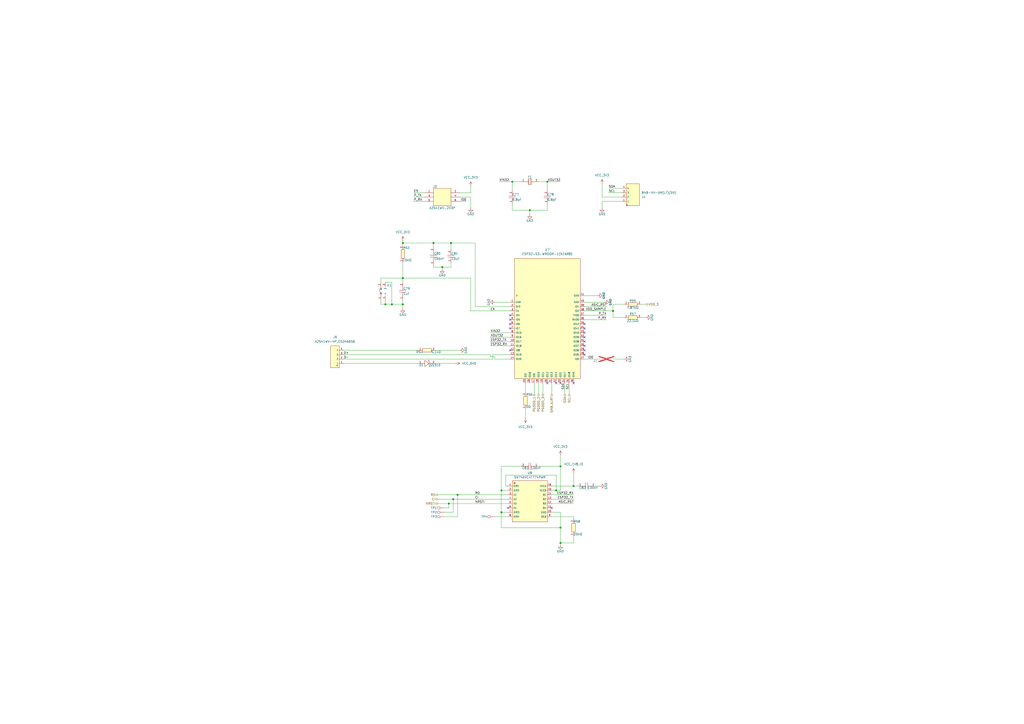
<source format=kicad_sch>
(kicad_sch (version 20250114) (generator "eeschema") (generator_version "9.0")
  (paper "A2")
  (lib_symbols
    (symbol "Connector:TestPoint" (pin_numbers (hide yes)) (pin_names (offset 0.762) (hide yes))
      (property "Reference" "TP" (at 0 6.858 0))
      (property "Value" "TestPoint" (at 0 5.08 0))
      (symbol "TestPoint_0_1"
        (circle (center 0 3.302) (radius 0.762))
      )
      (symbol "TestPoint_1_1"
        (pin passive line (at 0 0 90) (length 2.54) (name "1") (number "1"))
      )
    )
    (symbol "JLCPCB_lib:0402CG6R8C500NT" (pin_names (hide yes))
      (property "Reference" "C" (at 0 1.27 0))
      (property "Value" "0402CG6R8C500NT" (at 0 -2.54 0))
      (symbol "0402CG6R8C500NT_0_1"
        (polyline (pts (xy -1.27 0) (xy -0.508 0)))
        (polyline (pts (xy -0.508 2.032) (xy -0.508 -2.032)))
        (polyline (pts (xy 0.508 2.032) (xy 0.508 -2.032)))
        (polyline (pts (xy 0.508 0) (xy 1.27 0)))
        (pin input line (at -3.81 0 0) (length 2.54) (name "1") (number "1"))
        (pin input line (at 3.81 0 180) (length 2.54) (name "2") (number "2"))
      )
    )
    (symbol "JLCPCB_lib:0402WGF0000TCE" (pin_names (hide yes))
      (property "Reference" "R" (at 0 1.27 0))
      (property "Value" "0402WGF0000TCE" (at 0 -2.54 0))
      (symbol "0402WGF0000TCE_0_1"
        (rectangle (start -2.54 1.016) (end 2.54 -1.016) (fill (type background)))
        (pin input line (at -5.08 0 0) (length 2.54) (name "1") (number "1"))
        (pin input line (at 5.08 0 180) (length 2.54) (name "2") (number "2"))
      )
    )
    (symbol "JLCPCB_lib:0402WGF1002TCE" (pin_names (hide yes))
      (property "Reference" "R" (at 0 1.27 0))
      (property "Value" "0402WGF1002TCE" (at 0 -2.54 0))
      (symbol "0402WGF1002TCE_0_1"
        (rectangle (start -2.54 1.016) (end 2.54 -1.016) (fill (type background)))
        (pin input line (at -5.08 0 0) (length 2.54) (name "1") (number "1"))
        (pin input line (at 5.08 0 180) (length 2.54) (name "2") (number "2"))
      )
    )
    (symbol "JLCPCB_lib:0402WGF2002TCE" (pin_names (hide yes))
      (property "Reference" "R" (at 0 1.27 0))
      (property "Value" "0402WGF2002TCE" (at 0 -2.54 0))
      (symbol "0402WGF2002TCE_0_1"
        (rectangle (start -2.54 1.016) (end 2.54 -1.016) (fill (type background)))
        (pin input line (at -5.08 0 0) (length 2.54) (name "1") (number "1"))
        (pin input line (at 5.08 0 180) (length 2.54) (name "2") (number "2"))
      )
    )
    (symbol "JLCPCB_lib:0402WGF2212TCE" (pin_names (hide yes))
      (property "Reference" "R" (at 0 1.27 0))
      (property "Value" "0402WGF2212TCE" (at 0 -2.54 0))
      (symbol "0402WGF2212TCE_0_1"
        (rectangle (start -2.54 1.016) (end 2.54 -1.016) (fill (type background)))
        (pin input line (at -5.08 0 0) (length 2.54) (name "1") (number "1"))
        (pin input line (at 5.08 0 180) (length 2.54) (name "2") (number "2"))
      )
    )
    (symbol "JLCPCB_lib:0402WGF5101TCE" (pin_names (hide yes))
      (property "Reference" "R" (at 0 1.27 0))
      (property "Value" "0402WGF5101TCE" (at 0 -2.54 0))
      (symbol "0402WGF5101TCE_0_1"
        (rectangle (start -2.54 1.016) (end 2.54 -1.016) (fill (type background)))
        (pin input line (at -5.08 0 0) (length 2.54) (name "1") (number "1"))
        (pin input line (at 5.08 0 180) (length 2.54) (name "2") (number "2"))
      )
    )
    (symbol "JLCPCB_lib:A2541WV-2X3P" (pin_names (hide yes))
      (property "Reference" "U" (at 0 1.27 0))
      (property "Value" "A2541WV-2X3P" (at 0 -2.54 0))
      (symbol "A2541WV-2X3P_0_1"
        (rectangle (start -5.08 5.08) (end 5.08 -5.08) (fill (type background)))
        (pin unspecified line (at -10.16 2.54 0) (length 5.08) (name "1") (number "1"))
        (pin unspecified line (at -10.16 0 0) (length 5.08) (name "3") (number "3"))
        (pin unspecified line (at -10.16 -2.54 0) (length 5.08) (name "5") (number "5"))
        (pin unspecified line (at 10.16 2.54 180) (length 5.08) (name "2") (number "2"))
        (pin unspecified line (at 10.16 0 180) (length 5.08) (name "4") (number "4"))
        (pin unspecified line (at 10.16 -2.54 180) (length 5.08) (name "6") (number "6"))
      )
    )
    (symbol "JLCPCB_lib:A2541WV-4P_C5346656"
      (property "Reference" "U" (at 0 1.27 0))
      (property "Value" "A2541WV-4P_C5346656" (at 0 -2.54 0))
      (symbol "A2541WV-4P_C5346656_0_1"
        (rectangle (start -2.54 6.35) (end 2.54 -6.35) (fill (type background)))
        (circle (center -1.27 5.08) (radius 0.381) (fill (type background)))
        (pin unspecified line (at -5.08 3.81 0) (length 2.54) (name "1") (number "1"))
        (pin unspecified line (at -5.08 1.27 0) (length 2.54) (name "2") (number "2"))
        (pin unspecified line (at -5.08 -1.27 0) (length 2.54) (name "3") (number "3"))
        (pin unspecified line (at -5.08 -3.81 0) (length 2.54) (name "4") (number "4"))
      )
    )
    (symbol "JLCPCB_lib:B4B-XH-AM(LF)(SN)"
      (property "Reference" "U" (at 0 1.27 0))
      (property "Value" "B4B-XH-AM(LF)(SN)" (at 0 -2.54 0))
      (symbol "B4B-XH-AM(LF)(SN)_0_1"
        (rectangle (start -2.54 6.35) (end 5.08 -6.35) (fill (type background)))
        (circle (center -1.905 5.715) (radius 0.381) (fill (type background)))
        (pin unspecified line (at -5.08 3.81 0) (length 2.54) (name "1") (number "1"))
        (pin unspecified line (at -5.08 1.27 0) (length 2.54) (name "2") (number "2"))
        (pin unspecified line (at -5.08 -1.27 0) (length 2.54) (name "3") (number "3"))
        (pin unspecified line (at -5.08 -3.81 0) (length 2.54) (name "4") (number "4"))
      )
    )
    (symbol "JLCPCB_lib:CL05A105KA5NQNC" (pin_names (hide yes))
      (property "Reference" "C" (at 0 1.27 0))
      (property "Value" "CL05A105KA5NQNC" (at 0 -2.54 0))
      (symbol "CL05A105KA5NQNC_0_1"
        (polyline (pts (xy -0.508 0) (xy -2.54 0)))
        (polyline (pts (xy -0.508 -2.032) (xy -0.508 2.032)))
        (polyline (pts (xy 0.508 2.032) (xy 0.508 -2.032)))
        (polyline (pts (xy 2.54 0) (xy 0.508 0)))
        (pin unspecified line (at -5.08 0 0) (length 2.54) (name "1") (number "1"))
        (pin unspecified line (at 5.08 0 180) (length 2.54) (name "2") (number "2"))
      )
    )
    (symbol "JLCPCB_lib:CL05A106MQ5NUNC" (pin_names (hide yes))
      (property "Reference" "C" (at 0 1.27 0))
      (property "Value" "CL05A106MQ5NUNC" (at 0 -2.54 0))
      (symbol "CL05A106MQ5NUNC_0_1"
        (polyline (pts (xy -1.27 0) (xy -0.508 0)))
        (polyline (pts (xy -0.508 2.032) (xy -0.508 -2.032)))
        (polyline (pts (xy 0.508 2.032) (xy 0.508 -2.032)))
        (polyline (pts (xy 0.508 0) (xy 1.27 0)))
        (pin input line (at -3.81 0 0) (length 2.54) (name "1") (number "1"))
        (pin input line (at 3.81 0 180) (length 2.54) (name "2") (number "2"))
      )
    )
    (symbol "JLCPCB_lib:CL05B104KB54PNC" (pin_names (hide yes))
      (property "Reference" "C" (at 0 1.27 0))
      (property "Value" "CL05B104KB54PNC" (at 0 -2.54 0))
      (symbol "CL05B104KB54PNC_0_1"
        (polyline (pts (xy -0.508 2.032) (xy -0.508 -2.032)))
        (polyline (pts (xy -0.508 0) (xy -2.54 0)))
        (polyline (pts (xy 0.508 -2.032) (xy 0.508 2.032)))
        (polyline (pts (xy 2.54 0) (xy 0.508 0)))
        (pin unspecified line (at -5.08 0 0) (length 2.54) (name "1") (number "1"))
        (pin unspecified line (at 5.08 0 180) (length 2.54) (name "2") (number "2"))
      )
    )
    (symbol "JLCPCB_lib:ESP32-S3-WROOM-1(N16R8)"
      (property "Reference" "U" (at 0 1.27 0))
      (property "Value" "ESP32-S3-WROOM-1(N16R8)" (at 0 -2.54 0))
      (symbol "ESP32-S3-WROOM-1(N16R8)_0_1"
        (rectangle (start -19.05 36.8301) (end 19.05 -33.0201) (fill (type background)))
        (circle (center -17.78 15.24) (radius 0.381) (fill (type background)))
        (pin unspecified line (at -21.59 11.43 0) (length 2.54) (name "GND") (number "1"))
        (pin unspecified line (at -21.59 8.89 0) (length 2.54) (name "3V3") (number "2"))
        (pin unspecified line (at -21.59 6.35 0) (length 2.54) (name "EN") (number "3"))
        (pin unspecified line (at -21.59 3.81 0) (length 2.54) (name "IO4") (number "4"))
        (pin unspecified line (at -21.59 1.27 0) (length 2.54) (name "IO5") (number "5"))
        (pin unspecified line (at -21.59 -1.27 0) (length 2.54) (name "IO6") (number "6"))
        (pin unspecified line (at -21.59 -3.81 0) (length 2.54) (name "IO7") (number "7"))
        (pin unspecified line (at -21.59 -6.35 0) (length 2.54) (name "IO15") (number "8"))
        (pin unspecified line (at -21.59 -8.89 0) (length 2.54) (name "IO16") (number "9"))
        (pin unspecified line (at -21.59 -11.43 0) (length 2.54) (name "IO17") (number "10"))
        (pin unspecified line (at -21.59 -13.97 0) (length 2.54) (name "IO18") (number "11"))
        (pin unspecified line (at -21.59 -16.51 0) (length 2.54) (name "IO8") (number "12"))
        (pin unspecified line (at -21.59 -19.05 0) (length 2.54) (name "IO19") (number "13"))
        (pin unspecified line (at -21.59 -21.59 0) (length 2.54) (name "IO20") (number "14"))
        (pin unspecified line (at -12.7 -35.56 90) (length 2.54) (name "IO3") (number "15"))
        (pin unspecified line (at -10.16 -35.56 90) (length 2.54) (name "IO46") (number "16"))
        (pin unspecified line (at -7.62 -35.56 90) (length 2.54) (name "IO9") (number "17"))
        (pin unspecified line (at -5.08 -35.56 90) (length 2.54) (name "IO10") (number "18"))
        (pin unspecified line (at -2.54 -35.56 90) (length 2.54) (name "IO11") (number "19"))
        (pin unspecified line (at 0 -35.56 90) (length 2.54) (name "IO12") (number "20"))
        (pin unspecified line (at 2.54 -35.56 90) (length 2.54) (name "IO13") (number "21"))
        (pin unspecified line (at 5.08 -35.56 90) (length 2.54) (name "IO14") (number "22"))
        (pin unspecified line (at 7.62 -35.56 90) (length 2.54) (name "IO21") (number "23"))
        (pin unspecified line (at 10.16 -35.56 90) (length 2.54) (name "IO47") (number "24"))
        (pin unspecified line (at 12.7 -35.56 90) (length 2.54) (name "IO48") (number "25"))
        (pin unspecified line (at 15.24 -35.56 90) (length 2.54) (name "IO45") (number "26"))
        (pin unspecified line (at 21.59 15.24 180) (length 2.54) (name "GND") (number "41"))
        (pin unspecified line (at 21.59 11.43 180) (length 2.54) (name "GND") (number "40"))
        (pin unspecified line (at 21.59 8.89 180) (length 2.54) (name "IO1") (number "39"))
        (pin unspecified line (at 21.59 6.35 180) (length 2.54) (name "IO2") (number "38"))
        (pin unspecified line (at 21.59 3.81 180) (length 2.54) (name "TXD0") (number "37"))
        (pin unspecified line (at 21.59 1.27 180) (length 2.54) (name "RXD0") (number "36"))
        (pin unspecified line (at 21.59 -1.27 180) (length 2.54) (name "IO42") (number "35"))
        (pin unspecified line (at 21.59 -3.81 180) (length 2.54) (name "IO41") (number "34"))
        (pin unspecified line (at 21.59 -6.35 180) (length 2.54) (name "IO40") (number "33"))
        (pin unspecified line (at 21.59 -8.89 180) (length 2.54) (name "IO39") (number "32"))
        (pin unspecified line (at 21.59 -11.43 180) (length 2.54) (name "IO38") (number "31"))
        (pin unspecified line (at 21.59 -13.97 180) (length 2.54) (name "IO37") (number "30"))
        (pin unspecified line (at 21.59 -16.51 180) (length 2.54) (name "IO36") (number "29"))
        (pin unspecified line (at 21.59 -19.05 180) (length 2.54) (name "IO35") (number "28"))
        (pin unspecified line (at 21.59 -21.59 180) (length 2.54) (name "IO0") (number "27"))
      )
    )
    (symbol "JLCPCB_lib:K2-1102AQ-C4CW-01"
      (property "Reference" "U" (at 0 1.27 0))
      (property "Value" "K2-1102AQ-C4CW-01" (at 0 -2.54 0))
      (symbol "K2-1102AQ-C4CW-01_0_1"
        (polyline (pts (xy -2.54 1.27) (xy -1.27 1.27)))
        (polyline (pts (xy -1.016 1.524) (xy 1.016 2.286)))
        (circle (center -1.016 1.27) (radius 0.254) (fill (type background)))
        (circle (center 1.016 1.27) (radius 0.254) (fill (type background)))
        (polyline (pts (xy 2.54 1.27) (xy 1.27 1.27)))
        (pin unspecified line (at -5.08 1.27 0) (length 2.54) (name "1") (number "1"))
        (pin unspecified line (at -5.08 -1.27 0) (length 2.54) (name "4") (number "4"))
        (pin unspecified line (at 5.08 1.27 180) (length 2.54) (name "2") (number "2"))
        (pin unspecified line (at 5.08 -1.27 180) (length 2.54) (name "3") (number "3"))
      )
    )
    (symbol "JLCPCB_lib:RTT027871FTH" (pin_names (hide yes))
      (property "Reference" "R" (at 0 1.27 0))
      (property "Value" "RTT027871FTH" (at 0 -2.54 0))
      (symbol "RTT027871FTH_0_1"
        (rectangle (start -2.54 1.016) (end 2.54 -1.016) (fill (type background)))
        (pin input line (at -5.08 0 0) (length 2.54) (name "1") (number "1"))
        (pin input line (at 5.08 0 180) (length 2.54) (name "2") (number "2"))
      )
    )
    (symbol "JLCPCB_lib:SC-20S32_768kHz20PPM7pF" (pin_names (hide yes))
      (property "Reference" "U" (at 0 1.27 0))
      (property "Value" "SC-20S32_768kHz20PPM7pF" (at 0 -2.54 0))
      (symbol "SC-20S32_768kHz20PPM7pF_0_1"
        (polyline (pts (xy -2.54 0) (xy -1.016 0)))
        (polyline (pts (xy -1.016 1.778) (xy -1.016 -1.778)))
        (rectangle (start -0.508 1.778) (end 0.508 -1.778) (fill (type background)))
        (polyline (pts (xy 1.016 1.778) (xy 1.016 -1.778)))
        (polyline (pts (xy 1.016 0) (xy 2.54 0)))
        (pin unspecified line (at -5.08 0 0) (length 2.54) (name "1") (number "1"))
        (pin unspecified line (at 5.08 0 180) (length 2.54) (name "2") (number "2"))
      )
    )
    (symbol "JLCPCB_lib:SN74AVC4T774PWR"
      (property "Reference" "U" (at 0 1.27 0))
      (property "Value" "SN74AVC4T774PWR" (at 0 -2.54 0))
      (symbol "SN74AVC4T774PWR_0_1"
        (rectangle (start -10.16 11.938) (end 10.16 -11.938) (fill (type background)))
        (circle (center -8.89 10.668) (radius 0.381) (fill (type background)))
        (circle (center -8.89 10.668) (radius 0.381) (fill (type background)))
        (pin unspecified line (at -12.7 8.89 0) (length 2.54) (name "DIR1") (number "1"))
        (pin unspecified line (at -12.7 6.35 0) (length 2.54) (name "DIR2") (number "2"))
        (pin unspecified line (at -12.7 3.81 0) (length 2.54) (name "A1") (number "3"))
        (pin unspecified line (at -12.7 1.27 0) (length 2.54) (name "A2") (number "4"))
        (pin unspecified line (at -12.7 -1.27 0) (length 2.54) (name "A3") (number "5"))
        (pin unspecified line (at -12.7 -3.81 0) (length 2.54) (name "A4") (number "6"))
        (pin unspecified line (at -12.7 -6.35 0) (length 2.54) (name "DIR3") (number "7"))
        (pin unspecified line (at -12.7 -8.89 0) (length 2.54) (name "DIR4") (number "8"))
        (pin unspecified line (at 12.7 8.89 180) (length 2.54) (name "VCCA") (number "16"))
        (pin unspecified line (at 12.7 6.35 180) (length 2.54) (name "VCCB") (number "15"))
        (pin unspecified line (at 12.7 3.81 180) (length 2.54) (name "B1") (number "14"))
        (pin unspecified line (at 12.7 1.27 180) (length 2.54) (name "B2") (number "13"))
        (pin unspecified line (at 12.7 -1.27 180) (length 2.54) (name "B3") (number "12"))
        (pin unspecified line (at 12.7 -3.81 180) (length 2.54) (name "B4") (number "11"))
        (pin unspecified line (at 12.7 -6.35 180) (length 2.54) (name "GND") (number "10"))
        (pin unspecified line (at 12.7 -8.89 180) (length 2.54) (name "OE#") (number "9"))
      )
    )
    (symbol "JLCPCB_lib:SS310_C7420364" (pin_names (hide yes))
      (property "Reference" "U" (at 0 1.27 0))
      (property "Value" "SS310_C7420364" (at 0 -2.54 0))
      (symbol "SS310_C7420364_0_1"
        (polyline (pts (xy -2.54 0) (xy -1.27 0)))
        (polyline (pts (xy -1.27 -1.778) (xy 1.27 0) (xy -1.27 1.778) (xy -1.27 -1.778)) (fill (type background)))
        (polyline (pts (xy 1.27 0) (xy 2.54 0)))
        (polyline (pts (xy 1.778 -1.27) (xy 1.778 -1.778) (xy 1.27 -1.778) (xy 1.27 1.778) (xy 0.762 1.778) (xy 0.762 1.27)))
        (pin unspecified line (at -5.08 0 0) (length 2.54) (name "A") (number "1"))
        (pin unspecified line (at 5.08 0 180) (length 2.54) (name "K") (number "2"))
      )
    )
    (symbol "power:GND" (power) (pin_numbers (hide yes)) (pin_names (offset 0) (hide yes))
      (property "Value" "GND" (at 0 -3.81 0))
      (symbol "GND_0_1"
        (polyline (pts (xy 0 0) (xy 0 -1.27) (xy 1.27 -1.27) (xy 0 -2.54) (xy -1.27 -1.27) (xy 0 -1.27)))
      )
      (symbol "GND_1_1"
        (pin power_in line (at 0 0 270) (length 0) (name "~") (number "1"))
      )
    )
    (symbol "power:VCC" (power) (pin_numbers (hide yes)) (pin_names (offset 0) (hide yes))
      (property "Value" "VCC" (at 0 3.556 0))
      (symbol "VCC_0_1"
        (polyline (pts (xy -0.762 1.27) (xy 0 2.54)))
        (polyline (pts (xy 0 2.54) (xy 0.762 1.27)))
        (polyline (pts (xy 0 0) (xy 0 2.54)))
      )
      (symbol "VCC_1_1"
        (pin power_in line (at 0 0 90) (length 0) (name "~") (number "1"))
      )
    )
  )
  (junction (at 317.5 105.41))
  (junction (at 223.52 176.53))
  (junction (at 260.35 292.1))
  (junction (at 261.62 140.97))
  (junction (at 325.12 314.96))
  (junction (at 322.58 284.48))
  (junction (at 290.83 284.48))
  (junction (at 233.68 176.53))
  (junction (at 355.6 180.34))
  (junction (at 227.33 176.53))
  (junction (at 325.12 270.51))
  (junction (at 233.68 140.97))
  (junction (at 262.89 289.56))
  (junction (at 332.74 281.94))
  (junction (at 290.83 297.18))
  (junction (at 251.46 140.97))
  (junction (at 325.12 306.07))
  (junction (at 265.43 287.02))
  (junction (at 256.54 154.94))
  (junction (at 297.18 105.41))
  (junction (at 233.68 161.29))
  (junction (at 307.34 121.92))
  (no_connect (at 339.09 203.2))
  (no_connect (at 325.12 222.25))
  (no_connect (at 339.09 198.12))
  (no_connect (at 339.09 195.58))
  (no_connect (at 339.09 190.5))
  (no_connect (at 332.74 222.25))
  (no_connect (at 339.09 205.74))
  (no_connect (at 339.09 187.96))
  (no_connect (at 295.91 190.5))
  (no_connect (at 339.09 200.66))
  (no_connect (at 317.5 222.25))
  (no_connect (at 295.91 203.2))
  (no_connect (at 339.09 193.04))
  (no_connect (at 322.58 222.25))
  (no_connect (at 295.91 185.42))
  (no_connect (at 295.91 182.88))
  (no_connect (at 320.04 294.64))
  (no_connect (at 295.91 187.96))
  (no_connect (at 294.64 294.64))
  (wire (pts (xy 322.58 284.48) (xy 320.04 284.48)))
  (wire (pts (xy 297.18 105.41) (xy 302.26 105.41)))
  (wire (pts (xy 322.58 275.59) (xy 322.58 284.48)))
  (wire (pts (xy 293.37 275.59) (xy 322.58 275.59)))
  (wire (pts (xy 349.25 116.84) (xy 360.68 116.84)))
  (wire (pts (xy 325.12 297.18) (xy 320.04 297.18)))
  (wire (pts (xy 290.83 284.48) (xy 290.83 297.18)))
  (wire (pts (xy 304.8 242.57) (xy 304.8 237.49)))
  (wire (pts (xy 257.81 297.18) (xy 262.89 297.18)))
  (wire (pts (xy 287.02 207.01) (xy 287.02 208.28)))
  (wire (pts (xy 339.09 180.34) (xy 355.6 180.34)))
  (wire (pts (xy 355.6 176.53) (xy 355.6 180.34)))
  (wire (pts (xy 332.74 314.96) (xy 325.12 314.96)))
  (wire (pts (xy 314.96 228.6) (xy 314.96 222.25)))
  (wire (pts (xy 285.75 205.74) (xy 295.91 205.74)))
  (wire (pts (xy 261.62 154.94) (xy 256.54 154.94)))
  (wire (pts (xy 284.48 200.66) (xy 295.91 200.66)))
  (wire (pts (xy 251.46 140.97) (xy 251.46 143.51)))
  (wire (pts (xy 227.33 176.53) (xy 233.68 176.53)))
  (wire (pts (xy 223.52 176.53) (xy 227.33 176.53)))
  (wire (pts (xy 251.46 140.97) (xy 233.68 140.97)))
  (wire (pts (xy 351.79 182.88) (xy 339.09 182.88)))
  (wire (pts (xy 287.02 299.72) (xy 294.64 299.72)))
  (wire (pts (xy 332.74 300.99) (xy 332.74 299.72)))
  (wire (pts (xy 335.28 281.94) (xy 332.74 281.94)))
  (wire (pts (xy 312.42 228.6) (xy 312.42 222.25)))
  (wire (pts (xy 240.03 116.84) (xy 246.38 116.84)))
  (wire (pts (xy 349.25 120.65) (xy 349.25 116.84)))
  (wire (pts (xy 273.05 120.65) (xy 273.05 114.3)))
  (wire (pts (xy 290.83 270.51) (xy 290.83 284.48)))
  (wire (pts (xy 294.64 297.18) (xy 290.83 297.18)))
  (wire (pts (xy 285.75 208.28) (xy 285.75 205.74)))
  (wire (pts (xy 332.74 292.1) (xy 320.04 292.1)))
  (wire (pts (xy 273.05 111.76) (xy 266.7 111.76)))
  (wire (pts (xy 332.74 287.02) (xy 320.04 287.02)))
  (wire (pts (xy 327.66 228.6) (xy 327.66 222.25)))
  (wire (pts (xy 330.2 228.6) (xy 330.2 222.25)))
  (wire (pts (xy 254 287.02) (xy 265.43 287.02)))
  (wire (pts (xy 227.33 163.83) (xy 227.33 176.53)))
  (wire (pts (xy 355.6 180.34) (xy 355.6 184.15)))
  (wire (pts (xy 273.05 161.29) (xy 233.68 161.29)))
  (wire (pts (xy 351.79 185.42) (xy 339.09 185.42)))
  (wire (pts (xy 307.34 121.92) (xy 297.18 121.92)))
  (wire (pts (xy 332.74 274.32) (xy 332.74 281.94)))
  (wire (pts (xy 256.54 154.94) (xy 256.54 156.21)))
  (wire (pts (xy 233.68 152.4) (xy 233.68 161.29)))
  (wire (pts (xy 332.74 311.15) (xy 332.74 314.96)))
  (wire (pts (xy 252.73 203.2) (xy 266.7 203.2)))
  (wire (pts (xy 297.18 110.49) (xy 297.18 105.41)))
  (wire (pts (xy 257.81 299.72) (xy 265.43 299.72)))
  (wire (pts (xy 295.91 180.34) (xy 273.05 180.34)))
  (wire (pts (xy 262.89 289.56) (xy 262.89 297.18)))
  (wire (pts (xy 261.62 140.97) (xy 261.62 144.78)))
  (wire (pts (xy 297.18 121.92) (xy 297.18 118.11)))
  (wire (pts (xy 220.98 173.99) (xy 220.98 176.53)))
  (wire (pts (xy 325.12 316.23) (xy 325.12 314.96)))
  (wire (pts (xy 240.03 111.76) (xy 246.38 111.76)))
  (wire (pts (xy 233.68 142.24) (xy 233.68 140.97)))
  (wire (pts (xy 273.05 180.34) (xy 273.05 161.29)))
  (wire (pts (xy 325.12 105.41) (xy 317.5 105.41)))
  (wire (pts (xy 355.6 184.15) (xy 361.95 184.15)))
  (wire (pts (xy 254 292.1) (xy 260.35 292.1)))
  (wire (pts (xy 260.35 292.1) (xy 294.64 292.1)))
  (wire (pts (xy 325.12 306.07) (xy 325.12 297.18)))
  (wire (pts (xy 346.71 208.28) (xy 339.09 208.28)))
  (wire (pts (xy 251.46 153.67) (xy 251.46 154.94)))
  (wire (pts (xy 317.5 110.49) (xy 317.5 105.41)))
  (wire (pts (xy 317.5 105.41) (xy 312.42 105.41)))
  (wire (pts (xy 252.73 210.82) (xy 264.16 210.82)))
  (wire (pts (xy 346.71 171.45) (xy 339.09 171.45)))
  (wire (pts (xy 284.48 198.12) (xy 295.91 198.12)))
  (wire (pts (xy 260.35 294.64) (xy 260.35 292.1)))
  (wire (pts (xy 374.65 176.53) (xy 372.11 176.53)))
  (wire (pts (xy 265.43 287.02) (xy 294.64 287.02)))
  (wire (pts (xy 309.88 228.6) (xy 309.88 222.25)))
  (wire (pts (xy 287.02 175.26) (xy 295.91 175.26)))
  (wire (pts (xy 353.06 109.22) (xy 360.68 109.22)))
  (wire (pts (xy 223.52 163.83) (xy 227.33 163.83)))
  (wire (pts (xy 275.59 140.97) (xy 261.62 140.97)))
  (wire (pts (xy 199.39 210.82) (xy 242.57 210.82)))
  (wire (pts (xy 317.5 118.11) (xy 317.5 121.92)))
  (wire (pts (xy 265.43 287.02) (xy 265.43 299.72)))
  (wire (pts (xy 233.68 140.97) (xy 233.68 139.7)))
  (wire (pts (xy 251.46 140.97) (xy 261.62 140.97)))
  (wire (pts (xy 257.81 294.64) (xy 260.35 294.64)))
  (wire (pts (xy 199.39 205.74) (xy 284.48 205.74)))
  (wire (pts (xy 320.04 281.94) (xy 332.74 281.94)))
  (wire (pts (xy 220.98 161.29) (xy 220.98 163.83)))
  (wire (pts (xy 320.04 299.72) (xy 332.74 299.72)))
  (wire (pts (xy 325.12 314.96) (xy 325.12 306.07)))
  (wire (pts (xy 295.91 177.8) (xy 275.59 177.8)))
  (wire (pts (xy 290.83 297.18) (xy 290.83 306.07)))
  (wire (pts (xy 284.48 205.74) (xy 284.48 207.01)))
  (wire (pts (xy 332.74 289.56) (xy 320.04 289.56)))
  (wire (pts (xy 293.37 281.94) (xy 294.64 281.94)))
  (wire (pts (xy 254 289.56) (xy 262.89 289.56)))
  (wire (pts (xy 351.79 177.8) (xy 339.09 177.8)))
  (wire (pts (xy 312.42 270.51) (xy 325.12 270.51)))
  (wire (pts (xy 361.95 208.28) (xy 356.87 208.28)))
  (wire (pts (xy 317.5 121.92) (xy 307.34 121.92)))
  (wire (pts (xy 256.54 154.94) (xy 251.46 154.94)))
  (wire (pts (xy 320.04 228.6) (xy 320.04 222.25)))
  (wire (pts (xy 233.68 176.53) (xy 233.68 173.99)))
  (wire (pts (xy 284.48 195.58) (xy 295.91 195.58)))
  (wire (pts (xy 374.65 184.15) (xy 372.11 184.15)))
  (wire (pts (xy 347.98 281.94) (xy 345.44 281.94)))
  (wire (pts (xy 304.8 227.33) (xy 304.8 222.25)))
  (wire (pts (xy 325.12 284.48) (xy 322.58 284.48)))
  (wire (pts (xy 361.95 176.53) (xy 355.6 176.53)))
  (wire (pts (xy 273.05 114.3) (xy 266.7 114.3)))
  (wire (pts (xy 353.06 111.76) (xy 360.68 111.76)))
  (wire (pts (xy 325.12 264.16) (xy 325.12 270.51)))
  (wire (pts (xy 287.02 208.28) (xy 295.91 208.28)))
  (wire (pts (xy 262.89 289.56) (xy 294.64 289.56)))
  (wire (pts (xy 220.98 161.29) (xy 233.68 161.29)))
  (wire (pts (xy 240.03 114.3) (xy 246.38 114.3)))
  (wire (pts (xy 275.59 177.8) (xy 275.59 140.97)))
  (wire (pts (xy 199.39 203.2) (xy 242.57 203.2)))
  (wire (pts (xy 302.26 270.51) (xy 290.83 270.51)))
  (wire (pts (xy 290.83 284.48) (xy 294.64 284.48)))
  (wire (pts (xy 307.34 124.46) (xy 307.34 121.92)))
  (wire (pts (xy 293.37 281.94) (xy 293.37 275.59)))
  (wire (pts (xy 270.51 116.84) (xy 266.7 116.84)))
  (wire (pts (xy 349.25 114.3) (xy 360.68 114.3)))
  (wire (pts (xy 290.83 306.07) (xy 325.12 306.07)))
  (wire (pts (xy 261.62 152.4) (xy 261.62 154.94)))
  (wire (pts (xy 289.56 105.41) (xy 297.18 105.41)))
  (wire (pts (xy 223.52 176.53) (xy 223.52 173.99)))
  (wire (pts (xy 220.98 176.53) (xy 223.52 176.53)))
  (wire (pts (xy 350.52 175.26) (xy 339.09 175.26)))
  (wire (pts (xy 325.12 270.51) (xy 325.12 284.48)))
  (wire (pts (xy 273.05 107.95) (xy 273.05 111.76)))
  (wire (pts (xy 233.68 161.29) (xy 233.68 163.83)))
  (wire (pts (xy 284.48 193.04) (xy 295.91 193.04)))
  (wire (pts (xy 233.68 179.07) (xy 233.68 176.53)))
  (wire (pts (xy 284.48 207.01) (xy 287.02 207.01)))
  (wire (pts (xy 199.39 208.28) (xy 285.75 208.28)))
  (wire (pts (xy 349.25 106.68) (xy 349.25 114.3)))
  (label "SDA" (at 353.06 109.22 0))
  (label "NRSTI" (at 275.59 292.1 0))
  (label "XOUT32" (at 325.12 105.41 180))
  (label "ESP32_RX" (at 284.48 200.66 0))
  (label "ESP32_TX" (at 284.48 198.12 0))
  (label "SCL" (at 330.2 222.25 270))
  (label "P_RX" (at 351.79 185.42 180))
  (label "ESP32_TX" (at 332.74 289.56 180))
  (label "D-" (at 199.39 208.28 0))
  (label "P_TX" (at 240.03 114.3 0))
  (label "RO" (at 275.59 287.02 0))
  (label "XIN32" (at 284.48 193.04 0))
  (label "D+" (at 199.39 205.74 0))
  (label "ESP32_RX" (at 332.74 287.02 180))
  (label "EN" (at 240.03 111.76 0))
  (label "CI" (at 275.59 289.56 0))
  (label "P_RX" (at 240.03 116.84 0))
  (label "XIN32" (at 289.56 105.41 0))
  (label "ASIC_RST" (at 351.79 177.8 180))
  (label "SDA" (at 327.66 222.25 270))
  (label "EN" (at 284.48 180.34 0))
  (label "ASIC_RST" (at 332.74 292.1 180))
  (label "IO0" (at 344.17 208.28 180))
  (label "IO0" (at 270.51 116.84 180))
  (label "VDD_SAMPLE" (at 351.79 180.34 180))
  (label "XOUT32" (at 284.48 195.58 0))
  (label "P_TX" (at 351.79 182.88 180))
  (label "SCL" (at 353.06 111.76 0))
  (hierarchical_label "PGOOD_2" (shape bidirectional) (at 312.42 228.6 270))
  (hierarchical_label "CI" (shape bidirectional) (at 254 289.56 180))
  (hierarchical_label "PGOOD_3" (shape bidirectional) (at 314.96 228.6 270))
  (hierarchical_label "SDA" (shape bidirectional) (at 327.66 228.6 270))
  (hierarchical_label "SCL" (shape bidirectional) (at 330.2 228.6 270))
  (hierarchical_label "SMB_ALRT" (shape bidirectional) (at 320.04 228.6 270))
  (hierarchical_label "VDD_3" (shape bidirectional) (at 374.65 176.53 0))
  (hierarchical_label "NRSTI" (shape bidirectional) (at 254 292.1 180))
  (hierarchical_label "PGOOD_1" (shape bidirectional) (at 309.88 228.6 270))
  (hierarchical_label "RO" (shape bidirectional) (at 254 287.02 180))
  (symbol (lib_id "power:GND") (at 266.7 203.2 90) (unit 1)
    (property "Reference" "#PWR030" (effects (hide yes)))
    (property "Value" "GND" (at 270.256 203.2 0))
    (property "Description" "Power symbol creates a global label with name \"GND\" , ground" (effects (hide yes)))
  )
  (symbol (lib_id "JLCPCB_lib:0402CG6R8C500NT") (at 317.5 114.3 90) (unit 1)
    (property "Reference" "C78" (at 317.5 112.776 90) (effects (justify right)))
    (property "Value" "6.8pF" (at 317.5 115.824 90) (effects (justify right)))
    (property "Footprint" "JLCPCB_lib:C0402" (effects (hide yes)))
    (property "Datasheet" "https://item.szlcsc.com/15869.html" (effects (hide yes)))
    (property "LCSC" "C1576" (effects (hide yes)))
  )
  (symbol (lib_id "power:VCC") (at 332.74 274.32 0) (unit 1)
    (property "Reference" "#PWR072" (effects (hide yes)))
    (property "Value" "VCC_1V8_IO" (at 332.74 269.24 0))
    (property "Description" "Power symbol creates a global label with name \"VCC\"" (effects (hide yes)))
  )
  (symbol (lib_id "JLCPCB_lib:ESP32-S3-WROOM-1(N16R8)") (at 317.5 186.69 0) (unit 1)
    (property "Reference" "U7" (at 317.5 144.78 0))
    (property "Value" "ESP32-S3-WROOM-1(N16R8)" (at 317.5 147.32 0))
    (property "Footprint" "JLCPCB_lib:WIRELM-SMD_ESP32-S3-WROOM-1" (effects (hide yes)))
    (property "Datasheet" "https://www.mouser.cn/datasheet/2/891/Espressif_ESP32_S3_WROOM_1_1U_Preliminary-2530171.pdf" (effects (hide yes)))
    (property "LCSC" "C2913202" (effects (hide yes)))
  )
  (symbol (lib_id "power:GND") (at 325.12 316.23 0) (unit 1)
    (property "Reference" "#PWR037" (effects (hide yes)))
    (property "Value" "GND" (at 325.12 319.786 0))
    (property "Description" "Power symbol creates a global label with name \"GND\" , ground" (effects (hide yes)))
  )
  (symbol (lib_id "JLCPCB_lib:A2541WV-4P_C5346656") (at 194.31 207.01 180) (unit 1)
    (property "Reference" "J9" (at 194.31 195.58 0))
    (property "Value" "A2541WV-4P_C5346656" (at 194.31 198.12 0))
    (property "Footprint" "My_footprint_lib:HDR-TH_4P-P2.54-V-M" (effects (hide yes)))
    (property "Datasheet" "https://item.szlcsc.com/502959.html" (effects (hide yes)))
    (property "LCSC" "C5346656" (effects (hide yes)))
  )
  (symbol (lib_id "Connector:TestPoint") (at 287.02 299.72 90) (unit 1)
    (property "Reference" "TP4" (at 280.924 299.72 90))
    (property "Value" "TestPoint" (effects (hide yes)))
    (property "Footprint" "TestPoint:TestPoint_Pad_D1.0mm" (effects (hide yes)))
    (property "Description" "test point" (effects (hide yes)))
  )
  (symbol (lib_id "JLCPCB_lib:CL05B104KB54PNC") (at 307.34 270.51 180) (unit 1)
    (property "Reference" "C83" (at 302.768 271.526 0) (effects (justify right)))
    (property "Value" "100nF" (at 307.848 271.526 0) (effects (justify right)))
    (property "Footprint" "JLCPCB_lib:C0402" (effects (hide yes)))
    (property "Datasheet" "https://item.szlcsc.com/15869.html" (effects (hide yes)))
    (property "LCSC" "C307331" (effects (hide yes)))
  )
  (symbol (lib_id "power:GND") (at 346.71 171.45 90) (unit 1)
    (property "Reference" "#PWR032" (effects (hide yes)))
    (property "Value" "GND" (at 350.266 171.45 0))
    (property "Description" "Power symbol creates a global label with name \"GND\" , ground" (effects (hide yes)))
  )
  (symbol (lib_id "power:GND") (at 256.54 156.21 0) (unit 1)
    (property "Reference" "#PWR026" (effects (hide yes)))
    (property "Value" "GND" (at 256.54 159.766 0))
    (property "Description" "Power symbol creates a global label with name \"GND\" , ground" (effects (hide yes)))
  )
  (symbol (lib_id "JLCPCB_lib:0402WGF1002TCE") (at 233.68 147.32 90) (unit 1)
    (property "Reference" "R52" (at 235.712 143.764 90))
    (property "Value" "10kΩ" (at 236.22 150.876 90))
    (property "Footprint" "JLCPCB_lib:R0402" (effects (hide yes)))
    (property "Datasheet" "https://item.szlcsc.com/323315.html" (effects (hide yes)))
    (property "LCSC" "C25744" (effects (hide yes)))
  )
  (symbol (lib_id "power:GND") (at 361.95 208.28 90) (unit 1)
    (property "Reference" "#PWR033" (effects (hide yes)))
    (property "Value" "GND" (at 365.506 208.28 0))
    (property "Description" "Power symbol creates a global label with name \"GND\" , ground" (effects (hide yes)))
  )
  (symbol (lib_id "Connector:TestPoint") (at 257.81 297.18 90) (unit 1)
    (property "Reference" "TP2" (at 251.714 297.18 90))
    (property "Value" "TestPoint" (effects (hide yes)))
    (property "Footprint" "TestPoint:TestPoint_Pad_D1.0mm" (effects (hide yes)))
    (property "Description" "test point" (effects (hide yes)))
  )
  (symbol (lib_id "JLCPCB_lib:CL05A106MQ5NUNC") (at 261.62 148.59 90) (unit 1)
    (property "Reference" "C81" (at 261.874 147.066 90) (effects (justify right)))
    (property "Value" "10uF" (at 261.874 150.114 90) (effects (justify right)))
    (property "Footprint" "JLCPCB_lib:C0402" (effects (hide yes)))
    (property "Datasheet" "https://item.szlcsc.com/15869.html" (effects (hide yes)))
    (property "LCSC" "C15525" (effects (hide yes)))
  )
  (symbol (lib_id "JLCPCB_lib:RTT027871FTH") (at 367.03 176.53 0) (unit 1)
    (property "Reference" "R55" (at 367.03 174.498 0))
    (property "Value" "7.87kΩ" (at 367.03 178.562 0))
    (property "Footprint" "My_footprint_lib:R0402" (effects (hide yes)))
    (property "Datasheet" "https://item.szlcsc.com/323315.html" (effects (hide yes)))
    (property "LCSC" "C11520" (effects (hide yes)))
  )
  (symbol (lib_id "JLCPCB_lib:0402CG6R8C500NT") (at 297.18 114.3 90) (unit 1)
    (property "Reference" "C77" (at 297.18 112.776 90) (effects (justify right)))
    (property "Value" "6.8pF" (at 297.18 115.824 90) (effects (justify right)))
    (property "Footprint" "JLCPCB_lib:C0402" (effects (hide yes)))
    (property "Datasheet" "https://item.szlcsc.com/15869.html" (effects (hide yes)))
    (property "LCSC" "C1576" (effects (hide yes)))
  )
  (symbol (lib_id "JLCPCB_lib:B4B-XH-AM(LF)(SN)") (at 365.76 113.03 0) (mirror x) (unit 1)
    (property "Reference" "J4" (at 372.11 114.3001 0) (effects (justify left)))
    (property "Value" "B4B-XH-AM(LF)(SN)" (at 372.11 111.7601 0) (effects (justify left)))
    (property "Footprint" "JLCPCB_lib:CONN-TH_B4B-XH-AM-LF-SN" (effects (hide yes)))
    (property "Datasheet" "https://atta.szlcsc.com/upload/public/pdf/source/20180319/1BDBE0A1D3E09F819A9E3600059072E6.pdf" (effects (hide yes)))
    (property "LCSC" "C161871" (effects (hide yes)))
  )
  (symbol (lib_id "power:GND") (at 347.98 281.94 90) (unit 1)
    (property "Reference" "#PWR035" (effects (hide yes)))
    (property "Value" "GND" (at 351.536 281.94 0))
    (property "Description" "Power symbol creates a global label with name \"GND\" , ground" (effects (hide yes)))
  )
  (symbol (lib_id "power:GND") (at 349.25 120.65 0) (unit 1)
    (property "Reference" "#PWR022" (effects (hide yes)))
    (property "Value" "GND" (at 349.25 124.206 0))
    (property "Description" "Power symbol creates a global label with name \"GND\" , ground" (effects (hide yes)))
  )
  (symbol (lib_id "JLCPCB_lib:SN74AVC4T774PWR") (at 307.34 290.83 0) (unit 1)
    (property "Reference" "U8" (at 307.34 274.32 0))
    (property "Value" "SN74AVC4T774PWR" (at 307.34 276.86 0))
    (property "Footprint" "JLCPCB_lib:TSSOP-16_L5.0-W4.4-P0.65-LS6.4-BL" (effects (hide yes)))
    (property "Datasheet" "https://item.szlcsc.com/6534.html" (effects (hide yes)))
    (property "LCSC" "C129363" (effects (hide yes)))
  )
  (symbol (lib_id "power:GND") (at 287.02 175.26 270) (unit 1)
    (property "Reference" "#PWR025" (effects (hide yes)))
    (property "Value" "GND" (at 283.464 175.26 0))
    (property "Description" "Power symbol creates a global label with name \"GND\" , ground" (effects (hide yes)))
  )
  (symbol (lib_id "JLCPCB_lib:SC-20S32_768kHz20PPM7pF") (at 307.34 105.41 0) (unit 1)
    (property "Reference" "Y1" (at 307.34 102.616 0))
    (property "Value" "SC-20S32_768kHz20PPM7pF" (effects (hide yes)))
    (property "Footprint" "JLCPCB_lib:OSC-SMD_L2.0-W1.2" (effects (hide yes)))
    (property "Datasheet" "https://item.szlcsc.com/144036.html" (effects (hide yes)))
    (property "LCSC" "C97602" (effects (hide yes)))
  )
  (symbol (lib_id "JLCPCB_lib:SS310_C7420364") (at 247.65 210.82 0) (unit 1)
    (property "Reference" "D1" (at 244.348 211.836 0))
    (property "Value" "SS310" (at 252.476 211.836 0))
    (property "Footprint" "JLCPCB_lib:SMA_L4.3-W2.6-LS5.0-FD" (effects (hide yes)))
    (property "Datasheet" "https://atta.szlcsc.com/upload/public/pdf/source/20180925/C305250_744E97387176461AC9CE2FE60F97B97E.pdf" (effects (hide yes)))
    (property "LCSC" "C7420364" (effects (hide yes)))
  )
  (symbol (lib_id "JLCPCB_lib:A2541WV-2X3P") (at 256.54 114.3 0) (unit 1)
    (property "Reference" "J3" (at 252.222 108.204 0))
    (property "Value" "A2541WV-2X3P" (at 256.54 120.65 0))
    (property "Footprint" "JLCPCB_lib:HDR-TH_6P-P2.54-V-R2-C3-S2.54_A2541WV-2X3P" (effects (hide yes)))
    (property "Datasheet" "https://item.szlcsc.com/225801.html" (effects (hide yes)))
    (property "LCSC" "C225518" (effects (hide yes)))
  )
  (symbol (lib_id "power:GND") (at 350.52 175.26 90) (unit 1)
    (property "Reference" "#PWR031" (effects (hide yes)))
    (property "Value" "GND" (at 354.076 175.26 0))
    (property "Description" "Power symbol creates a global label with name \"GND\" , ground" (effects (hide yes)))
  )
  (symbol (lib_id "Connector:TestPoint") (at 257.81 299.72 90) (unit 1)
    (property "Reference" "TP3" (at 251.714 299.72 90))
    (property "Value" "TestPoint" (effects (hide yes)))
    (property "Footprint" "TestPoint:TestPoint_Pad_D1.0mm" (effects (hide yes)))
    (property "Description" "test point" (effects (hide yes)))
  )
  (symbol (lib_id "JLCPCB_lib:CL05B104KB54PNC") (at 340.36 281.94 0) (mirror x) (unit 1)
    (property "Reference" "C82" (at 339.852 282.956 0) (effects (justify right)))
    (property "Value" "100nF" (at 346.964 282.956 0) (effects (justify right)))
    (property "Footprint" "JLCPCB_lib:C0402" (effects (hide yes)))
    (property "Datasheet" "https://item.szlcsc.com/15869.html" (effects (hide yes)))
    (property "LCSC" "C307331" (effects (hide yes)))
  )
  (symbol (lib_id "Connector:TestPoint") (at 257.81 294.64 90) (unit 1)
    (property "Reference" "TP1" (at 251.714 294.64 90))
    (property "Value" "TestPoint" (effects (hide yes)))
    (property "Footprint" "TestPoint:TestPoint_Pad_D1.0mm" (effects (hide yes)))
    (property "Description" "test point" (effects (hide yes)))
  )
  (symbol (lib_id "power:GND") (at 273.05 120.65 0) (unit 1)
    (property "Reference" "#PWR020" (effects (hide yes)))
    (property "Value" "GND" (at 273.05 124.206 0))
    (property "Description" "Power symbol creates a global label with name \"GND\" , ground" (effects (hide yes)))
  )
  (symbol (lib_id "JLCPCB_lib:0402WGF2002TCE") (at 332.74 306.07 90) (unit 1)
    (property "Reference" "R58" (at 332.74 302.514 90) (effects (justify right)))
    (property "Value" "20kΩ" (at 332.74 309.88 90) (effects (justify right)))
    (property "Footprint" "My_footprint_lib:R0402" (effects (hide yes)))
    (property "Datasheet" "https://item.szlcsc.com/323315.html" (effects (hide yes)))
    (property "LCSC" "C25765" (effects (hide yes)))
  )
  (symbol (lib_id "power:VCC") (at 273.05 107.95 0) (unit 1)
    (property "Reference" "#PWR045" (effects (hide yes)))
    (property "Value" "VCC_3V3" (at 273.05 102.87 0))
    (property "Description" "Power symbol creates a global label with name \"VCC\"" (effects (hide yes)))
  )
  (symbol (lib_id "JLCPCB_lib:0402WGF5101TCE") (at 247.65 203.2 0) (unit 1)
    (property "Reference" "R54" (at 243.332 204.216 0))
    (property "Value" "5.1kΩ" (at 252.984 204.216 0))
    (property "Footprint" "My_footprint_lib:R0402" (effects (hide yes)))
    (property "Datasheet" "https://item.szlcsc.com/323315.html" (effects (hide yes)))
    (property "LCSC" "C25905" (effects (hide yes)))
  )
  (symbol (lib_id "JLCPCB_lib:0402WGF0000TCE") (at 304.8 232.41 90) (unit 1)
    (property "Reference" "R56" (at 305.054 228.854 90) (effects (justify right)))
    (property "Value" "0Ω" (at 305.054 235.966 90) (effects (justify right)))
    (property "Footprint" "JLCPCB_lib:R0402" (effects (hide yes)))
    (property "Datasheet" "https://item.szlcsc.com/323315.html" (effects (hide yes)))
    (property "LCSC" "C17168" (effects (hide yes)))
  )
  (symbol (lib_id "power:GND") (at 307.34 124.46 0) (unit 1)
    (property "Reference" "#PWR021" (effects (hide yes)))
    (property "Value" "GND" (at 307.34 128.016 0))
    (property "Description" "Power symbol creates a global label with name \"GND\" , ground" (effects (hide yes)))
  )
  (symbol (lib_id "power:VCC") (at 264.16 210.82 270) (unit 1)
    (property "Reference" "#PWR019" (effects (hide yes)))
    (property "Value" "VCC_5V0" (at 267.97 210.8199 90) (effects (justify left)))
    (property "Description" "Power symbol creates a global label with name \"VCC\"" (effects (hide yes)))
  )
  (symbol (lib_id "power:GND") (at 374.65 184.15 90) (unit 1)
    (property "Reference" "#PWR027" (effects (hide yes)))
    (property "Value" "GND" (at 378.206 184.15 0))
    (property "Description" "Power symbol creates a global label with name \"GND\" , ground" (effects (hide yes)))
  )
  (symbol (lib_id "power:VCC") (at 304.8 242.57 180) (unit 1)
    (property "Reference" "#PWR055" (effects (hide yes)))
    (property "Value" "VCC_3V3" (at 304.8 247.65 0))
    (property "Description" "Power symbol creates a global label with name \"VCC\"" (effects (hide yes)))
  )
  (symbol (lib_id "JLCPCB_lib:K2-1102AQ-C4CW-01") (at 222.25 168.91 90) (unit 1)
    (property "Reference" "K1" (at 224.536 165.608 90) (effects (justify right)))
    (property "Value" "K2-1102AQ-C4CW-01" (effects (hide yes)))
    (property "Footprint" "My_footprint_lib:SW-TH_K2-1102AQ-C4CW-01" (effects (hide yes)))
    (property "Datasheet" "https://item.szlcsc.com/138963.html" (effects (hide yes)))
    (property "LCSC" "C127680" (effects (hide yes)))
  )
  (symbol (lib_id "power:GND") (at 233.68 179.07 0) (unit 1)
    (property "Reference" "#PWR077" (effects (hide yes)))
    (property "Value" "GND" (at 233.68 182.626 0))
    (property "Description" "Power symbol creates a global label with name \"GND\" , ground" (effects (hide yes)))
  )
  (symbol (lib_id "power:VCC") (at 233.68 139.7 0) (unit 1)
    (property "Reference" "#PWR049" (effects (hide yes)))
    (property "Value" "VCC_3V3" (at 233.68 134.62 0))
    (property "Description" "Power symbol creates a global label with name \"VCC\"" (effects (hide yes)))
  )
  (symbol (lib_id "JLCPCB_lib:CL05B104KB54PNC") (at 251.46 148.59 90) (unit 1)
    (property "Reference" "C80" (at 251.714 147.066 90) (effects (justify right)))
    (property "Value" "100nF" (at 251.714 150.114 90) (effects (justify right)))
    (property "Footprint" "JLCPCB_lib:C0402" (effects (hide yes)))
    (property "Datasheet" "https://item.szlcsc.com/15869.html" (effects (hide yes)))
    (property "LCSC" "C307331" (effects (hide yes)))
  )
  (symbol (lib_id "JLCPCB_lib:0402WGF0000TCE") (at 351.79 208.28 180) (unit 1) (dnp yes)
    (property "Reference" "R149" (at 344.17 209.55 0) (effects (justify right)))
    (property "Value" "0Ω" (effects (hide yes)))
    (property "Footprint" "JLCPCB_lib:R0402" (effects (hide yes)))
    (property "Datasheet" "https://item.szlcsc.com/323315.html" (effects (hide yes)))
    (property "LCSC" "C17168" (effects (hide yes)))
  )
  (symbol (lib_id "power:VCC") (at 325.12 264.16 0) (unit 1)
    (property "Reference" "#PWR056" (effects (hide yes)))
    (property "Value" "VCC_3V3" (at 325.12 259.08 0))
    (property "Description" "Power symbol creates a global label with name \"VCC\"" (effects (hide yes)))
  )
  (symbol (lib_id "power:VCC") (at 349.25 106.68 0) (unit 1)
    (property "Reference" "#PWR050" (effects (hide yes)))
    (property "Value" "VCC_3V3" (at 349.25 101.6 0))
    (property "Description" "Power symbol creates a global label with name \"VCC\"" (effects (hide yes)))
  )
  (symbol (lib_id "JLCPCB_lib:0402WGF2212TCE") (at 367.03 184.15 0) (unit 1)
    (property "Reference" "R57" (at 367.03 182.118 0))
    (property "Value" "22.1kΩ" (at 367.03 186.182 0))
    (property "Footprint" "My_footprint_lib:R0402" (effects (hide yes)))
    (property "Datasheet" "https://item.szlcsc.com/323315.html" (effects (hide yes)))
    (property "LCSC" "C43473" (effects (hide yes)))
  )
  (symbol (lib_id "JLCPCB_lib:CL05A105KA5NQNC") (at 233.68 168.91 90) (unit 1)
    (property "Reference" "C79" (at 233.934 167.386 90) (effects (justify right)))
    (property "Value" "1uF" (at 233.934 170.434 90) (effects (justify right)))
    (property "Footprint" "JLCPCB_lib:C0402" (effects (hide yes)))
    (property "Datasheet" "https://item.szlcsc.com/15869.html" (effects (hide yes)))
    (property "LCSC" "C52923" (effects (hide yes)))
  )
)
</source>
